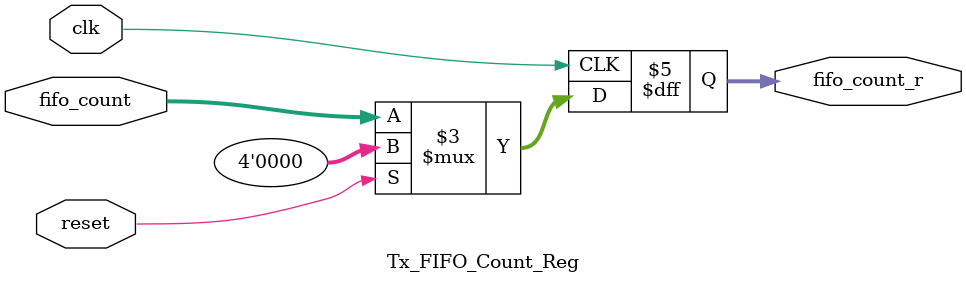
<source format=sv>
module Tx_FIFO_Count_Reg(
    input logic  [3:0]  fifo_count,
    input logic         clk,
    input logic         reset,
    output logic [3:0]  fifo_count_r
);

always_ff @(posedge clk) begin
    if (reset)
      begin fifo_count_r <= 4'h0; end
    else
      begin fifo_count_r <= fifo_count; end
end
endmodule
</source>
